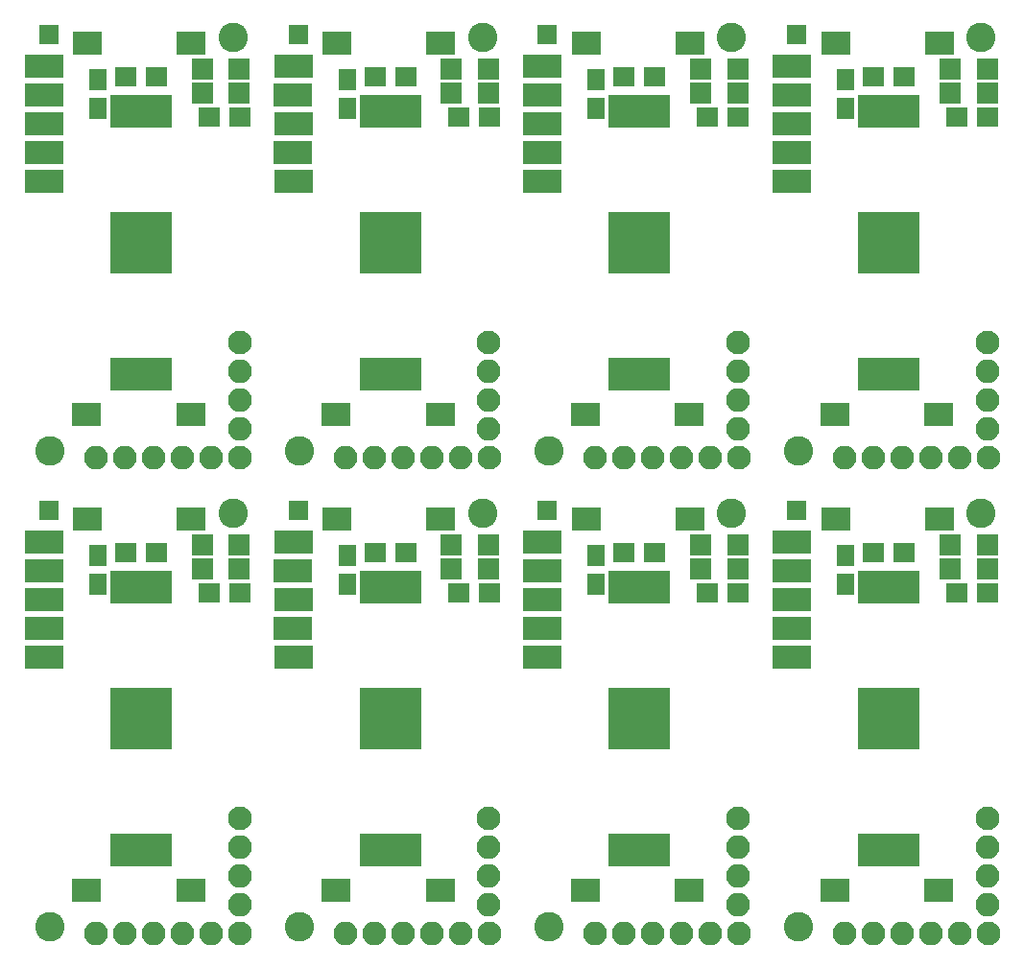
<source format=gts>
%MOIN*%
%OFA0B0*%
%FSLAX46Y46*%
%IPPOS*%
%LPD*%
%ADD10C,0.0039370078740157488*%
%ADD11R,0.13385826771653545X0.082677165354330714*%
%ADD12C,0.082677165354330714*%
%ADD13O,0.082677165354330714X0.082677165354330714*%
%ADD14R,0.21574803149606303X0.115748031496063*%
%ADD15R,0.21574803149606303X0.21574803149606303*%
%ADD16R,0.10157480314960631X0.07874015748031496*%
%ADD17R,0.074803149606299218X0.074803149606299218*%
%ADD18R,0.074803149606299218X0.066929133858267723*%
%ADD19C,0.10236220472440946*%
%ADD20R,0.068897637795275593X0.068897637795275593*%
%ADD21R,0.064960629921259838X0.074803149606299218*%
%ADD32C,0.0039370078740157488*%
%ADD33R,0.13385826771653545X0.082677165354330714*%
%ADD34C,0.082677165354330714*%
%ADD35O,0.082677165354330714X0.082677165354330714*%
%ADD36R,0.21574803149606303X0.115748031496063*%
%ADD37R,0.21574803149606303X0.21574803149606303*%
%ADD38R,0.10157480314960631X0.07874015748031496*%
%ADD39R,0.074803149606299218X0.074803149606299218*%
%ADD40R,0.074803149606299218X0.066929133858267723*%
%ADD41C,0.10236220472440946*%
%ADD42R,0.068897637795275593X0.068897637795275593*%
%ADD43R,0.064960629921259838X0.074803149606299218*%
%ADD54C,0.0039370078740157488*%
%ADD55R,0.13385826771653545X0.082677165354330714*%
%ADD56C,0.082677165354330714*%
%ADD57O,0.082677165354330714X0.082677165354330714*%
%ADD58R,0.21574803149606303X0.115748031496063*%
%ADD59R,0.21574803149606303X0.21574803149606303*%
%ADD60R,0.10157480314960631X0.07874015748031496*%
%ADD61R,0.074803149606299218X0.074803149606299218*%
%ADD62R,0.074803149606299218X0.066929133858267723*%
%ADD63C,0.10236220472440946*%
%ADD64R,0.068897637795275593X0.068897637795275593*%
%ADD65R,0.064960629921259838X0.074803149606299218*%
%ADD76C,0.0039370078740157488*%
%ADD77R,0.13385826771653545X0.082677165354330714*%
%ADD78C,0.082677165354330714*%
%ADD79O,0.082677165354330714X0.082677165354330714*%
%ADD80R,0.21574803149606303X0.115748031496063*%
%ADD81R,0.21574803149606303X0.21574803149606303*%
%ADD82R,0.10157480314960631X0.07874015748031496*%
%ADD83R,0.074803149606299218X0.074803149606299218*%
%ADD84R,0.074803149606299218X0.066929133858267723*%
%ADD85C,0.10236220472440946*%
%ADD86R,0.068897637795275593X0.068897637795275593*%
%ADD87R,0.064960629921259838X0.074803149606299218*%
%ADD98C,0.0039370078740157488*%
%ADD99R,0.13385826771653545X0.082677165354330714*%
%ADD100C,0.082677165354330714*%
%ADD101O,0.082677165354330714X0.082677165354330714*%
%ADD102R,0.21574803149606303X0.115748031496063*%
%ADD103R,0.21574803149606303X0.21574803149606303*%
%ADD104R,0.10157480314960631X0.07874015748031496*%
%ADD105R,0.074803149606299218X0.074803149606299218*%
%ADD106R,0.074803149606299218X0.066929133858267723*%
%ADD107C,0.10236220472440946*%
%ADD108R,0.068897637795275593X0.068897637795275593*%
%ADD109R,0.064960629921259838X0.074803149606299218*%
%ADD120C,0.0039370078740157488*%
%ADD121R,0.13385826771653545X0.082677165354330714*%
%ADD122C,0.082677165354330714*%
%ADD123O,0.082677165354330714X0.082677165354330714*%
%ADD124R,0.21574803149606303X0.115748031496063*%
%ADD125R,0.21574803149606303X0.21574803149606303*%
%ADD126R,0.10157480314960631X0.07874015748031496*%
%ADD127R,0.074803149606299218X0.074803149606299218*%
%ADD128R,0.074803149606299218X0.066929133858267723*%
%ADD129C,0.10236220472440946*%
%ADD130R,0.068897637795275593X0.068897637795275593*%
%ADD131R,0.064960629921259838X0.074803149606299218*%
%ADD142C,0.0039370078740157488*%
%ADD143R,0.13385826771653545X0.082677165354330714*%
%ADD144C,0.082677165354330714*%
%ADD145O,0.082677165354330714X0.082677165354330714*%
%ADD146R,0.21574803149606303X0.115748031496063*%
%ADD147R,0.21574803149606303X0.21574803149606303*%
%ADD148R,0.10157480314960631X0.07874015748031496*%
%ADD149R,0.074803149606299218X0.074803149606299218*%
%ADD150R,0.074803149606299218X0.066929133858267723*%
%ADD151C,0.10236220472440946*%
%ADD152R,0.068897637795275593X0.068897637795275593*%
%ADD153R,0.064960629921259838X0.074803149606299218*%
%ADD164C,0.0039370078740157488*%
%ADD165R,0.13385826771653545X0.082677165354330714*%
%ADD166C,0.082677165354330714*%
%ADD167O,0.082677165354330714X0.082677165354330714*%
%ADD168R,0.21574803149606303X0.115748031496063*%
%ADD169R,0.21574803149606303X0.21574803149606303*%
%ADD170R,0.10157480314960631X0.07874015748031496*%
%ADD171R,0.074803149606299218X0.074803149606299218*%
%ADD172R,0.074803149606299218X0.066929133858267723*%
%ADD173C,0.10236220472440946*%
%ADD174R,0.068897637795275593X0.068897637795275593*%
%ADD175R,0.064960629921259838X0.074803149606299218*%
%LPD*%
G01*
D10*
D11*
X-0006692913Y0004921259D02*
X0000055531Y0001406258D03*
X0000055531Y0001206259D03*
X0000055531Y0001006259D03*
X0000054586Y0001306259D03*
X0000054586Y0001106259D03*
D12*
X0000734586Y0000448759D03*
D13*
X0000734586Y0000348759D03*
X0000734586Y0000248759D03*
X0000734586Y0000148759D03*
D12*
X0000737086Y0000048759D03*
D13*
X0000637086Y0000048759D03*
X0000537086Y0000048759D03*
X0000437086Y0000048759D03*
X0000337086Y0000048759D03*
X0000237086Y0000048759D03*
D14*
X0000392086Y0001251259D03*
X0000392086Y0000336259D03*
D15*
X0000392086Y0000793759D03*
D16*
X0000565295Y0000196259D03*
X0000203877Y0000196259D03*
X0000206377Y0001486259D03*
X0000567795Y0001486259D03*
D17*
X0000604625Y0001313759D03*
X0000734547Y0001313759D03*
X0000604625Y0001396259D03*
X0000734547Y0001396259D03*
D18*
X0000628936Y0001231259D03*
X0000735236Y0001231259D03*
X0000445236Y0001371259D03*
X0000338937Y0001371259D03*
D19*
X0000712086Y0001506259D03*
X0000077086Y0000071259D03*
D20*
X0000072086Y0001518759D03*
D21*
X0000242086Y0001262047D03*
X0000242086Y0001360472D03*
G01*
D32*
D33*
X-0006692913Y0006574803D02*
X0000055531Y0003059803D03*
X0000055531Y0002859803D03*
X0000055531Y0002659803D03*
X0000054586Y0002959803D03*
X0000054586Y0002759803D03*
D34*
X0000734586Y0002102303D03*
D35*
X0000734586Y0002002303D03*
X0000734586Y0001902303D03*
X0000734586Y0001802303D03*
D34*
X0000737086Y0001702303D03*
D35*
X0000637086Y0001702303D03*
X0000537086Y0001702303D03*
X0000437086Y0001702303D03*
X0000337086Y0001702303D03*
X0000237086Y0001702303D03*
D36*
X0000392086Y0002904803D03*
X0000392086Y0001989803D03*
D37*
X0000392086Y0002447303D03*
D38*
X0000565295Y0001849803D03*
X0000203877Y0001849803D03*
X0000206377Y0003139803D03*
X0000567795Y0003139803D03*
D39*
X0000604625Y0002967303D03*
X0000734547Y0002967303D03*
X0000604625Y0003049803D03*
X0000734547Y0003049803D03*
D40*
X0000628936Y0002884803D03*
X0000735236Y0002884803D03*
X0000445236Y0003024803D03*
X0000338937Y0003024803D03*
D41*
X0000712086Y0003159803D03*
X0000077086Y0001724803D03*
D42*
X0000072086Y0003172303D03*
D43*
X0000242086Y0002915590D03*
X0000242086Y0003014015D03*
G01*
D54*
D55*
X-0005826771Y0004921259D02*
X0000921673Y0001406258D03*
X0000921673Y0001206259D03*
X0000921673Y0001006259D03*
X0000920728Y0001306259D03*
X0000920728Y0001106259D03*
D56*
X0001600728Y0000448759D03*
D57*
X0001600728Y0000348759D03*
X0001600728Y0000248759D03*
X0001600728Y0000148759D03*
D56*
X0001603228Y0000048759D03*
D57*
X0001503228Y0000048759D03*
X0001403227Y0000048759D03*
X0001303228Y0000048759D03*
X0001203228Y0000048759D03*
X0001103228Y0000048759D03*
D58*
X0001258228Y0001251259D03*
X0001258228Y0000336259D03*
D59*
X0001258228Y0000793759D03*
D60*
X0001431436Y0000196259D03*
X0001070019Y0000196259D03*
X0001072519Y0001486259D03*
X0001433937Y0001486259D03*
D61*
X0001470767Y0001313759D03*
X0001600688Y0001313759D03*
X0001470767Y0001396259D03*
X0001600688Y0001396259D03*
D62*
X0001495078Y0001231259D03*
X0001601377Y0001231259D03*
X0001311377Y0001371259D03*
X0001205078Y0001371259D03*
D63*
X0001578228Y0001506259D03*
X0000943228Y0000071259D03*
D64*
X0000938228Y0001518759D03*
D65*
X0001108228Y0001262047D03*
X0001108228Y0001360472D03*
G01*
D76*
D77*
X-0004960629Y0004921259D02*
X0001787814Y0001406258D03*
X0001787814Y0001206259D03*
X0001787814Y0001006259D03*
X0001786870Y0001306259D03*
X0001786870Y0001106259D03*
D78*
X0002466870Y0000448759D03*
D79*
X0002466870Y0000348759D03*
X0002466870Y0000248759D03*
X0002466870Y0000148759D03*
D78*
X0002469370Y0000048759D03*
D79*
X0002369370Y0000048759D03*
X0002269370Y0000048759D03*
X0002169370Y0000048759D03*
X0002069370Y0000048759D03*
X0001969370Y0000048759D03*
D80*
X0002124370Y0001251259D03*
X0002124370Y0000336259D03*
D81*
X0002124370Y0000793759D03*
D82*
X0002297578Y0000196259D03*
X0001936161Y0000196259D03*
X0001938661Y0001486259D03*
X0002300078Y0001486259D03*
D83*
X0002336909Y0001313759D03*
X0002466830Y0001313759D03*
X0002336909Y0001396259D03*
X0002466830Y0001396259D03*
D84*
X0002361220Y0001231259D03*
X0002467519Y0001231259D03*
X0002177519Y0001371259D03*
X0002071219Y0001371259D03*
D85*
X0002444370Y0001506259D03*
X0001809370Y0000071259D03*
D86*
X0001804370Y0001518759D03*
D87*
X0001974370Y0001262047D03*
X0001974370Y0001360472D03*
G04 next file*
%LPD*%
G01*
D98*
D99*
X-0004094488Y0004921259D02*
X0002653956Y0001406258D03*
X0002653956Y0001206259D03*
X0002653956Y0001006259D03*
X0002653010Y0001306259D03*
X0002653010Y0001106259D03*
D100*
X0003333011Y0000448759D03*
D101*
X0003333011Y0000348759D03*
X0003333011Y0000248759D03*
X0003333011Y0000148759D03*
D100*
X0003335511Y0000048759D03*
D101*
X0003235511Y0000048759D03*
X0003135511Y0000048759D03*
X0003035510Y0000048759D03*
X0002935511Y0000048759D03*
X0002835511Y0000048759D03*
D102*
X0002990511Y0001251259D03*
X0002990511Y0000336259D03*
D103*
X0002990511Y0000793759D03*
D104*
X0003163720Y0000196259D03*
X0002802303Y0000196259D03*
X0002804803Y0001486259D03*
X0003166220Y0001486259D03*
D105*
X0003203051Y0001313759D03*
X0003332972Y0001313759D03*
X0003203051Y0001396259D03*
X0003332972Y0001396259D03*
D106*
X0003227362Y0001231259D03*
X0003333661Y0001231259D03*
X0003043661Y0001371259D03*
X0002937362Y0001371259D03*
D107*
X0003310511Y0001506259D03*
X0002675511Y0000071259D03*
D108*
X0002670511Y0001518759D03*
D109*
X0002840511Y0001262047D03*
X0002840511Y0001360472D03*
G01*
D120*
D121*
X-0005826771Y0006574803D02*
X0000921673Y0003059803D03*
X0000921673Y0002859803D03*
X0000921673Y0002659803D03*
X0000920728Y0002959803D03*
X0000920728Y0002759803D03*
D122*
X0001600728Y0002102303D03*
D123*
X0001600728Y0002002303D03*
X0001600728Y0001902303D03*
X0001600728Y0001802303D03*
D122*
X0001603228Y0001702303D03*
D123*
X0001503228Y0001702303D03*
X0001403227Y0001702303D03*
X0001303228Y0001702303D03*
X0001203228Y0001702303D03*
X0001103228Y0001702303D03*
D124*
X0001258228Y0002904803D03*
X0001258228Y0001989803D03*
D125*
X0001258228Y0002447303D03*
D126*
X0001431436Y0001849803D03*
X0001070019Y0001849803D03*
X0001072519Y0003139803D03*
X0001433937Y0003139803D03*
D127*
X0001470767Y0002967303D03*
X0001600688Y0002967303D03*
X0001470767Y0003049803D03*
X0001600688Y0003049803D03*
D128*
X0001495078Y0002884803D03*
X0001601377Y0002884803D03*
X0001311377Y0003024803D03*
X0001205078Y0003024803D03*
D129*
X0001578228Y0003159803D03*
X0000943228Y0001724803D03*
D130*
X0000938228Y0003172303D03*
D131*
X0001108228Y0002915590D03*
X0001108228Y0003014015D03*
G04 next file*
G01*
D142*
D143*
X-0004960629Y0006574803D02*
X0001787814Y0003059803D03*
X0001787814Y0002859803D03*
X0001787814Y0002659803D03*
X0001786870Y0002959803D03*
X0001786870Y0002759803D03*
D144*
X0002466870Y0002102303D03*
D145*
X0002466870Y0002002303D03*
X0002466870Y0001902303D03*
X0002466870Y0001802303D03*
D144*
X0002469370Y0001702303D03*
D145*
X0002369370Y0001702303D03*
X0002269370Y0001702303D03*
X0002169370Y0001702303D03*
X0002069370Y0001702303D03*
X0001969370Y0001702303D03*
D146*
X0002124370Y0002904803D03*
X0002124370Y0001989803D03*
D147*
X0002124370Y0002447303D03*
D148*
X0002297578Y0001849803D03*
X0001936161Y0001849803D03*
X0001938661Y0003139803D03*
X0002300078Y0003139803D03*
D149*
X0002336909Y0002967303D03*
X0002466830Y0002967303D03*
X0002336909Y0003049803D03*
X0002466830Y0003049803D03*
D150*
X0002361220Y0002884803D03*
X0002467519Y0002884803D03*
X0002177519Y0003024803D03*
X0002071219Y0003024803D03*
D151*
X0002444370Y0003159803D03*
X0001809370Y0001724803D03*
D152*
X0001804370Y0003172303D03*
D153*
X0001974370Y0002915590D03*
X0001974370Y0003014015D03*
G04 next file*
G04 #@! TF.FileFunction,Soldermask,Top*
G04 Gerber Fmt 4.6, Leading zero omitted, Abs format (unit mm)*
G04 Created by KiCad (PCBNEW 4.0.2-stable) date 29.05.2017 13:31:58*
G01*
G04 APERTURE LIST*
G04 APERTURE END LIST*
D164*
D165*
X-0004094488Y0006574803D02*
X0002653956Y0003059803D03*
X0002653956Y0002859803D03*
X0002653956Y0002659803D03*
X0002653010Y0002959803D03*
X0002653010Y0002759803D03*
D166*
X0003333011Y0002102303D03*
D167*
X0003333011Y0002002303D03*
X0003333011Y0001902303D03*
X0003333011Y0001802303D03*
D166*
X0003335511Y0001702303D03*
D167*
X0003235511Y0001702303D03*
X0003135511Y0001702303D03*
X0003035510Y0001702303D03*
X0002935511Y0001702303D03*
X0002835511Y0001702303D03*
D168*
X0002990511Y0002904803D03*
X0002990511Y0001989803D03*
D169*
X0002990511Y0002447303D03*
D170*
X0003163720Y0001849803D03*
X0002802303Y0001849803D03*
X0002804803Y0003139803D03*
X0003166220Y0003139803D03*
D171*
X0003203051Y0002967303D03*
X0003332972Y0002967303D03*
X0003203051Y0003049803D03*
X0003332972Y0003049803D03*
D172*
X0003227362Y0002884803D03*
X0003333661Y0002884803D03*
X0003043661Y0003024803D03*
X0002937362Y0003024803D03*
D173*
X0003310511Y0003159803D03*
X0002675511Y0001724803D03*
D174*
X0002670511Y0003172303D03*
D175*
X0002840511Y0002915590D03*
X0002840511Y0003014015D03*
M02*
</source>
